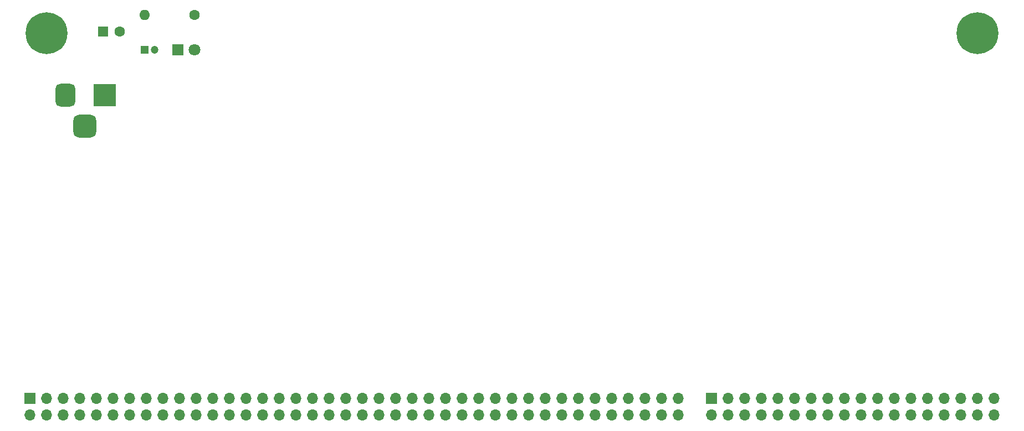
<source format=gts>
G04 #@! TF.GenerationSoftware,KiCad,Pcbnew,9.0.0+dfsg-1*
G04 #@! TF.CreationDate,2025-03-20T13:58:07-04:00*
G04 #@! TF.ProjectId,breakout,62726561-6b6f-4757-942e-6b696361645f,A.27*
G04 #@! TF.SameCoordinates,Original*
G04 #@! TF.FileFunction,Soldermask,Top*
G04 #@! TF.FilePolarity,Negative*
%FSLAX46Y46*%
G04 Gerber Fmt 4.6, Leading zero omitted, Abs format (unit mm)*
G04 Created by KiCad (PCBNEW 9.0.0+dfsg-1) date 2025-03-20 13:58:07*
%MOMM*%
%LPD*%
G01*
G04 APERTURE LIST*
G04 Aperture macros list*
%AMRoundRect*
0 Rectangle with rounded corners*
0 $1 Rounding radius*
0 $2 $3 $4 $5 $6 $7 $8 $9 X,Y pos of 4 corners*
0 Add a 4 corners polygon primitive as box body*
4,1,4,$2,$3,$4,$5,$6,$7,$8,$9,$2,$3,0*
0 Add four circle primitives for the rounded corners*
1,1,$1+$1,$2,$3*
1,1,$1+$1,$4,$5*
1,1,$1+$1,$6,$7*
1,1,$1+$1,$8,$9*
0 Add four rect primitives between the rounded corners*
20,1,$1+$1,$2,$3,$4,$5,0*
20,1,$1+$1,$4,$5,$6,$7,0*
20,1,$1+$1,$6,$7,$8,$9,0*
20,1,$1+$1,$8,$9,$2,$3,0*%
G04 Aperture macros list end*
%ADD10C,1.600000*%
%ADD11O,1.600000X1.600000*%
%ADD12R,1.600000X1.600000*%
%ADD13R,1.800000X1.800000*%
%ADD14C,1.800000*%
%ADD15C,6.400000*%
%ADD16R,3.500000X3.500000*%
%ADD17RoundRect,0.750000X-0.750000X-1.000000X0.750000X-1.000000X0.750000X1.000000X-0.750000X1.000000X0*%
%ADD18RoundRect,0.875000X-0.875000X-0.875000X0.875000X-0.875000X0.875000X0.875000X-0.875000X0.875000X0*%
%ADD19R,1.200000X1.200000*%
%ADD20C,1.200000*%
%ADD21R,1.700000X1.700000*%
%ADD22O,1.700000X1.700000*%
G04 APERTURE END LIST*
D10*
X53081000Y-68326000D03*
D11*
X45461000Y-68326000D03*
D12*
X39111000Y-70866000D03*
D10*
X41611000Y-70866000D03*
D13*
X50541000Y-73660000D03*
D14*
X53081000Y-73660000D03*
D15*
X172720000Y-71120000D03*
D16*
X39350200Y-80576500D03*
D17*
X33350200Y-80576500D03*
D18*
X36350200Y-85276500D03*
D15*
X30480000Y-71120000D03*
D19*
X45461000Y-73660000D03*
D20*
X46961000Y-73660000D03*
D21*
X132080000Y-127000000D03*
D22*
X132080000Y-129540000D03*
X134620000Y-127000000D03*
X134620000Y-129540000D03*
X137160000Y-127000000D03*
X137160000Y-129540000D03*
X139700000Y-127000000D03*
X139700000Y-129540000D03*
X142240000Y-127000000D03*
X142240000Y-129540000D03*
X144780000Y-127000000D03*
X144780000Y-129540000D03*
X147320000Y-127000000D03*
X147320000Y-129540000D03*
X149860000Y-127000000D03*
X149860000Y-129540000D03*
X152400000Y-127000000D03*
X152400000Y-129540000D03*
X154940000Y-127000000D03*
X154940000Y-129540000D03*
X157480000Y-127000000D03*
X157480000Y-129540000D03*
X160020000Y-127000000D03*
X160020000Y-129540000D03*
X162560000Y-127000000D03*
X162560000Y-129540000D03*
X165100000Y-127000000D03*
X165100000Y-129540000D03*
X167640000Y-127000000D03*
X167640000Y-129540000D03*
X170180000Y-127000000D03*
X170180000Y-129540000D03*
X172720000Y-127000000D03*
X172720000Y-129540000D03*
X175260000Y-127000000D03*
X175260000Y-129540000D03*
D21*
X27940000Y-127000000D03*
D22*
X27940000Y-129540000D03*
X30480000Y-127000000D03*
X30480000Y-129540000D03*
X33020000Y-127000000D03*
X33020000Y-129540000D03*
X35560000Y-127000000D03*
X35560000Y-129540000D03*
X38100000Y-127000000D03*
X38100000Y-129540000D03*
X40640000Y-127000000D03*
X40640000Y-129540000D03*
X43180000Y-127000000D03*
X43180000Y-129540000D03*
X45720000Y-127000000D03*
X45720000Y-129540000D03*
X48260000Y-127000000D03*
X48260000Y-129540000D03*
X50800000Y-127000000D03*
X50800000Y-129540000D03*
X53340000Y-127000000D03*
X53340000Y-129540000D03*
X55880000Y-127000000D03*
X55880000Y-129540000D03*
X58420000Y-127000000D03*
X58420000Y-129540000D03*
X60960000Y-127000000D03*
X60960000Y-129540000D03*
X63500000Y-127000000D03*
X63500000Y-129540000D03*
X66040000Y-127000000D03*
X66040000Y-129540000D03*
X68580000Y-127000000D03*
X68580000Y-129540000D03*
X71120000Y-127000000D03*
X71120000Y-129540000D03*
X73660000Y-127000000D03*
X73660000Y-129540000D03*
X76200000Y-127000000D03*
X76200000Y-129540000D03*
X78740000Y-127000000D03*
X78740000Y-129540000D03*
X81280000Y-127000000D03*
X81280000Y-129540000D03*
X83820000Y-127000000D03*
X83820000Y-129540000D03*
X86360000Y-127000000D03*
X86360000Y-129540000D03*
X88900000Y-127000000D03*
X88900000Y-129540000D03*
X91440000Y-127000000D03*
X91440000Y-129540000D03*
X93980000Y-127000000D03*
X93980000Y-129540000D03*
X96520000Y-127000000D03*
X96520000Y-129540000D03*
X99060000Y-127000000D03*
X99060000Y-129540000D03*
X101600000Y-127000000D03*
X101600000Y-129540000D03*
X104140000Y-127000000D03*
X104140000Y-129540000D03*
X106680000Y-127000000D03*
X106680000Y-129540000D03*
X109220000Y-127000000D03*
X109220000Y-129540000D03*
X111760000Y-127000000D03*
X111760000Y-129540000D03*
X114300000Y-127000000D03*
X114300000Y-129540000D03*
X116840000Y-127000000D03*
X116840000Y-129540000D03*
X119380000Y-127000000D03*
X119380000Y-129540000D03*
X121920000Y-127000000D03*
X121920000Y-129540000D03*
X124460000Y-127000000D03*
X124460000Y-129540000D03*
X127000000Y-127000000D03*
X127000000Y-129540000D03*
M02*

</source>
